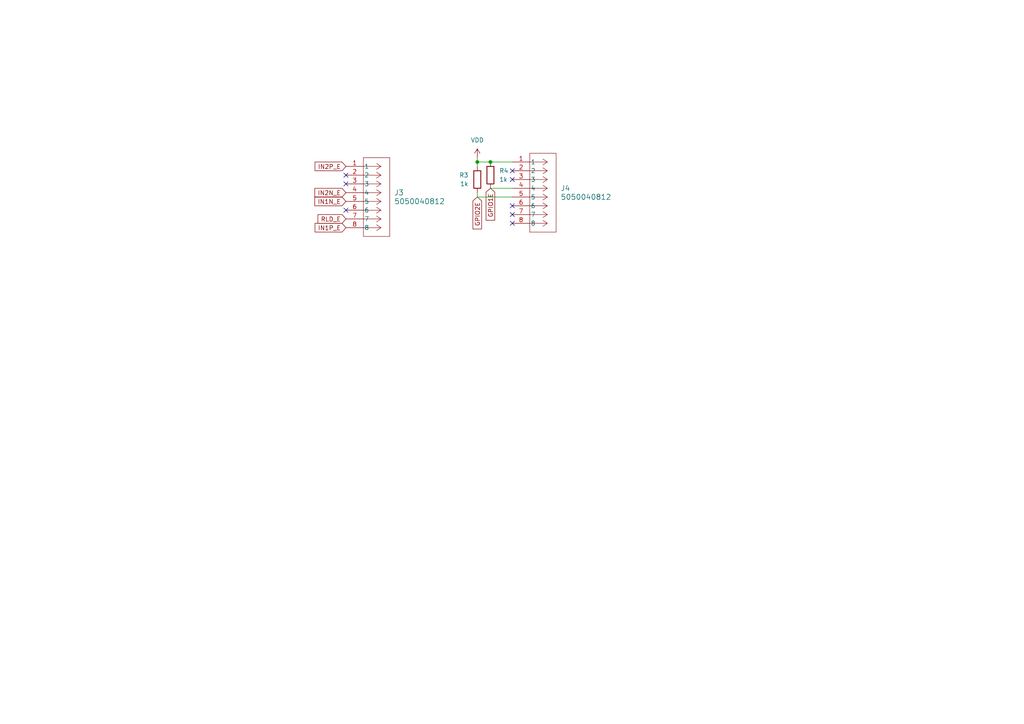
<source format=kicad_sch>
(kicad_sch (version 20231120) (generator "eeschema") (generator_version "8.0")
  (paper "A4")
  (lib_symbols
    (symbol "2024-10-14_19-37-08:5050040812" (pin_names (offset 0.254))
      (property "Reference" "J" (at 8.89 6.35 0))
      (property "Value" "5050040812" (at 0 0 0))
      (symbol "5050040812_1_1"
        (polyline (pts (xy 5.08 -20.32) (xy 12.7 -20.32)) (stroke (width 0.127)))
        (polyline (pts (xy 5.08 2.54) (xy 5.08 -20.32)) (stroke (width 0.127)))
        (polyline (pts (xy 10.16 -17.78) (xy 5.08 -17.78)) (stroke (width 0.127)))
        (polyline (pts (xy 10.16 -17.78) (xy 8.89 -18.6267)) (stroke (width 0.127)))
        (polyline (pts (xy 10.16 -17.78) (xy 8.89 -16.9333)) (stroke (width 0.127)))
        (polyline (pts (xy 10.16 -15.24) (xy 5.08 -15.24)) (stroke (width 0.127)))
        (polyline (pts (xy 10.16 -15.24) (xy 8.89 -16.0867)) (stroke (width 0.127)))
        (polyline (pts (xy 10.16 -15.24) (xy 8.89 -14.3933)) (stroke (width 0.127)))
        (polyline (pts (xy 10.16 -12.7) (xy 5.08 -12.7)) (stroke (width 0.127)))
        (polyline (pts (xy 10.16 -12.7) (xy 8.89 -13.5467)) (stroke (width 0.127)))
        (polyline (pts (xy 10.16 -12.7) (xy 8.89 -11.8533)) (stroke (width 0.127)))
        (polyline (pts (xy 10.16 -10.16) (xy 5.08 -10.16)) (stroke (width 0.127)))
        (polyline (pts (xy 10.16 -10.16) (xy 8.89 -11.0067)) (stroke (width 0.127)))
        (polyline (pts (xy 10.16 -10.16) (xy 8.89 -9.3133)) (stroke (width 0.127)))
        (polyline (pts (xy 10.16 -7.62) (xy 5.08 -7.62)) (stroke (width 0.127)))
        (polyline (pts (xy 10.16 -7.62) (xy 8.89 -8.4667)) (stroke (width 0.127)))
        (polyline (pts (xy 10.16 -7.62) (xy 8.89 -6.7733)) (stroke (width 0.127)))
        (polyline (pts (xy 10.16 -5.08) (xy 5.08 -5.08)) (stroke (width 0.127)))
        (polyline (pts (xy 10.16 -5.08) (xy 8.89 -5.9267)) (stroke (width 0.127)))
        (polyline (pts (xy 10.16 -5.08) (xy 8.89 -4.2333)) (stroke (width 0.127)))
        (polyline (pts (xy 10.16 -2.54) (xy 5.08 -2.54)) (stroke (width 0.127)))
        (polyline (pts (xy 10.16 -2.54) (xy 8.89 -3.3867)) (stroke (width 0.127)))
        (polyline (pts (xy 10.16 -2.54) (xy 8.89 -1.6933)) (stroke (width 0.127)))
        (polyline (pts (xy 10.16 0) (xy 5.08 0)) (stroke (width 0.127)))
        (polyline (pts (xy 10.16 0) (xy 8.89 -0.8467)) (stroke (width 0.127)))
        (polyline (pts (xy 10.16 0) (xy 8.89 0.8467)) (stroke (width 0.127)))
        (polyline (pts (xy 12.7 -20.32) (xy 12.7 2.54)) (stroke (width 0.127)))
        (polyline (pts (xy 12.7 2.54) (xy 5.08 2.54)) (stroke (width 0.127)))
        (pin unspecified line (at 0 0 0) (length 5.08) (name "1") (number "1"))
        (pin unspecified line (at 0 -2.54 0) (length 5.08) (name "2") (number "2"))
        (pin unspecified line (at 0 -5.08 0) (length 5.08) (name "3") (number "3"))
        (pin unspecified line (at 0 -7.62 0) (length 5.08) (name "4") (number "4"))
        (pin unspecified line (at 0 -10.16 0) (length 5.08) (name "5") (number "5"))
        (pin unspecified line (at 0 -12.7 0) (length 5.08) (name "6") (number "6"))
        (pin unspecified line (at 0 -15.24 0) (length 5.08) (name "7") (number "7"))
        (pin unspecified line (at 0 -17.78 0) (length 5.08) (name "8") (number "8"))
      )
      (symbol "5050040812_1_2"
        (polyline (pts (xy 5.08 -20.32) (xy 12.7 -20.32)) (stroke (width 0.127)))
        (polyline (pts (xy 5.08 2.54) (xy 5.08 -20.32)) (stroke (width 0.127)))
        (polyline (pts (xy 7.62 -17.78) (xy 5.08 -17.78)) (stroke (width 0.127)))
        (polyline (pts (xy 7.62 -17.78) (xy 8.89 -18.6267)) (stroke (width 0.127)))
        (polyline (pts (xy 7.62 -17.78) (xy 8.89 -16.9333)) (stroke (width 0.127)))
        (polyline (pts (xy 7.62 -15.24) (xy 5.08 -15.24)) (stroke (width 0.127)))
        (polyline (pts (xy 7.62 -15.24) (xy 8.89 -16.0867)) (stroke (width 0.127)))
        (polyline (pts (xy 7.62 -15.24) (xy 8.89 -14.3933)) (stroke (width 0.127)))
        (polyline (pts (xy 7.62 -12.7) (xy 5.08 -12.7)) (stroke (width 0.127)))
        (polyline (pts (xy 7.62 -12.7) (xy 8.89 -13.5467)) (stroke (width 0.127)))
        (polyline (pts (xy 7.62 -12.7) (xy 8.89 -11.8533)) (stroke (width 0.127)))
        (polyline (pts (xy 7.62 -10.16) (xy 5.08 -10.16)) (stroke (width 0.127)))
        (polyline (pts (xy 7.62 -10.16) (xy 8.89 -11.0067)) (stroke (width 0.127)))
        (polyline (pts (xy 7.62 -10.16) (xy 8.89 -9.3133)) (stroke (width 0.127)))
        (polyline (pts (xy 7.62 -7.62) (xy 5.08 -7.62)) (stroke (width 0.127)))
        (polyline (pts (xy 7.62 -7.62) (xy 8.89 -8.4667)) (stroke (width 0.127)))
        (polyline (pts (xy 7.62 -7.62) (xy 8.89 -6.7733)) (stroke (width 0.127)))
        (polyline (pts (xy 7.62 -5.08) (xy 5.08 -5.08)) (stroke (width 0.127)))
        (polyline (pts (xy 7.62 -5.08) (xy 8.89 -5.9267)) (stroke (width 0.127)))
        (polyline (pts (xy 7.62 -5.08) (xy 8.89 -4.2333)) (stroke (width 0.127)))
        (polyline (pts (xy 7.62 -2.54) (xy 5.08 -2.54)) (stroke (width 0.127)))
        (polyline (pts (xy 7.62 -2.54) (xy 8.89 -3.3867)) (stroke (width 0.127)))
        (polyline (pts (xy 7.62 -2.54) (xy 8.89 -1.6933)) (stroke (width 0.127)))
        (polyline (pts (xy 7.62 0) (xy 5.08 0)) (stroke (width 0.127)))
        (polyline (pts (xy 7.62 0) (xy 8.89 -0.8467)) (stroke (width 0.127)))
        (polyline (pts (xy 7.62 0) (xy 8.89 0.8467)) (stroke (width 0.127)))
        (polyline (pts (xy 12.7 -20.32) (xy 12.7 2.54)) (stroke (width 0.127)))
        (polyline (pts (xy 12.7 2.54) (xy 5.08 2.54)) (stroke (width 0.127)))
        (pin unspecified line (at 0 0 0) (length 5.08) (name "1") (number "1"))
        (pin unspecified line (at 0 -2.54 0) (length 5.08) (name "2") (number "2"))
        (pin unspecified line (at 0 -5.08 0) (length 5.08) (name "3") (number "3"))
        (pin unspecified line (at 0 -7.62 0) (length 5.08) (name "4") (number "4"))
        (pin unspecified line (at 0 -10.16 0) (length 5.08) (name "5") (number "5"))
        (pin unspecified line (at 0 -12.7 0) (length 5.08) (name "6") (number "6"))
        (pin unspecified line (at 0 -15.24 0) (length 5.08) (name "7") (number "7"))
        (pin unspecified line (at 0 -17.78 0) (length 5.08) (name "8") (number "8"))
      )
    )
    (symbol "Device:R" (pin_numbers hide) (pin_names (offset 0))
      (property "Reference" "R" (at 2.032 0 90))
      (property "Value" "R" (at 0 0 90))
      (symbol "R_0_1"
        (rectangle (start -1.016 -2.54) (end 1.016 2.54) (stroke (width 0.254)))
      )
      (symbol "R_1_1"
        (pin passive line (at 0 3.81 270) (length 1.27) (name "~") (number "1"))
        (pin passive line (at 0 -3.81 90) (length 1.27) (name "~") (number "2"))
      )
    )
    (symbol "power:VDD" (power) (pin_numbers hide) (pin_names (offset 0) hide)
      (property "Value" "VDD" (at 0 3.556 0))
      (symbol "VDD_0_1"
        (polyline (pts (xy -0.762 1.27) (xy 0 2.54)))
        (polyline (pts (xy 0 0) (xy 0 2.54)))
        (polyline (pts (xy 0 2.54) (xy 0.762 1.27)))
      )
      (symbol "VDD_1_1"
        (pin power_in line (at 0 0 90) (length 0) (name "~") (number "1"))
      )
    )
  )
  (junction (at 142.24 46.99))
  (junction (at 138.43 46.99))
  (no_connect (at 100.33 53.34))
  (no_connect (at 148.59 49.53))
  (no_connect (at 100.33 60.96))
  (no_connect (at 148.59 64.77))
  (no_connect (at 148.59 52.07))
  (no_connect (at 148.59 62.23))
  (no_connect (at 100.33 50.8))
  (no_connect (at 148.59 59.69))
  (wire (pts (xy 142.24 54.61) (xy 148.59 54.61)))
  (wire (pts (xy 138.43 46.99) (xy 138.43 48.26)))
  (wire (pts (xy 138.43 57.15) (xy 148.59 57.15)))
  (wire (pts (xy 138.43 46.99) (xy 142.24 46.99)))
  (wire (pts (xy 138.43 55.88) (xy 138.43 57.15)))
  (wire (pts (xy 138.43 45.72) (xy 138.43 46.99)))
  (wire (pts (xy 142.24 46.99) (xy 148.59 46.99)))
  (global_label "IN2N_E" (shape input) (at 100.33 55.88 180) (property "Intersheetrefs" "${INTERSHEET_REFS}" (effects (hide yes))))
  (global_label "IN2P_E" (shape input) (at 100.33 48.26 180) (property "Intersheetrefs" "${INTERSHEET_REFS}" (effects (hide yes))))
  (global_label "RLD_E" (shape input) (at 100.33 63.5 180) (property "Intersheetrefs" "${INTERSHEET_REFS}" (effects (hide yes))))
  (global_label "GPIO2E" (shape input) (at 138.43 57.15 270) (property "Intersheetrefs" "${INTERSHEET_REFS}" (effects (hide yes))))
  (global_label "IN1P_E" (shape input) (at 100.33 66.04 180) (property "Intersheetrefs" "${INTERSHEET_REFS}" (effects (hide yes))))
  (global_label "IN1N_E" (shape input) (at 100.33 58.42 180) (property "Intersheetrefs" "${INTERSHEET_REFS}" (effects (hide yes))))
  (global_label "GPIO1E" (shape input) (at 142.24 54.61 270) (property "Intersheetrefs" "${INTERSHEET_REFS}" (effects (hide yes))))
  (symbol (lib_id "2024-10-14_19-37-08:5050040812") (at 100.33 48.26 0) (unit 1)
    (property "Reference" "J3" (at 114.3 55.8799 0) (effects (font (size 1.524 1.524)) (justify left)))
    (property "Value" "5050040812" (at 114.3 58.4199 0) (effects (font (size 1.524 1.524)) (justify left)))
    (property "Footprint" "SEMG:CONN8_505004-0812_MOL" (effects (hide yes)))
    (property "Datasheet" "5050040812" (effects (hide yes)))
  )
  (symbol (lib_id "2024-10-14_19-37-08:5050040812") (at 148.59 46.99 0) (unit 1)
    (property "Reference" "J4" (at 162.56 54.6099 0) (effects (font (size 1.524 1.524)) (justify left)))
    (property "Value" "5050040812" (at 162.56 57.1499 0) (effects (font (size 1.524 1.524)) (justify left)))
    (property "Footprint" "SEMG:CONN8_505004-0812_MOL" (effects (hide yes)))
    (property "Datasheet" "5050040812" (effects (hide yes)))
  )
  (symbol (lib_id "Device:R") (at 142.24 50.8 0) (unit 1)
    (property "Reference" "R4" (at 144.78 49.5299 0) (effects (justify left)))
    (property "Value" "1k" (at 144.78 52.0699 0) (effects (justify left)))
    (property "Footprint" "Capacitor_SMD:C_0805_2012Metric" (effects (hide yes)))
    (property "Description" "Resistor" (effects (hide yes)))
  )
  (symbol (lib_id "power:VDD") (at 138.43 45.72 0) (unit 1)
    (property "Reference" "#PWR02" (effects (hide yes)))
    (property "Value" "VDD" (at 138.43 40.64 0))
    (property "Description" "Power symbol creates a global label with name \"VDD\"" (effects (hide yes)))
  )
  (symbol (lib_id "Device:R") (at 138.43 52.07 0) (mirror x) (unit 1)
    (property "Reference" "R3" (at 135.89 50.7999 0) (effects (justify right)))
    (property "Value" "1k" (at 135.89 53.3399 0) (effects (justify right)))
    (property "Footprint" "Capacitor_SMD:C_0805_2012Metric" (effects (hide yes)))
    (property "Description" "Resistor" (effects (hide yes)))
  )
)
</source>
